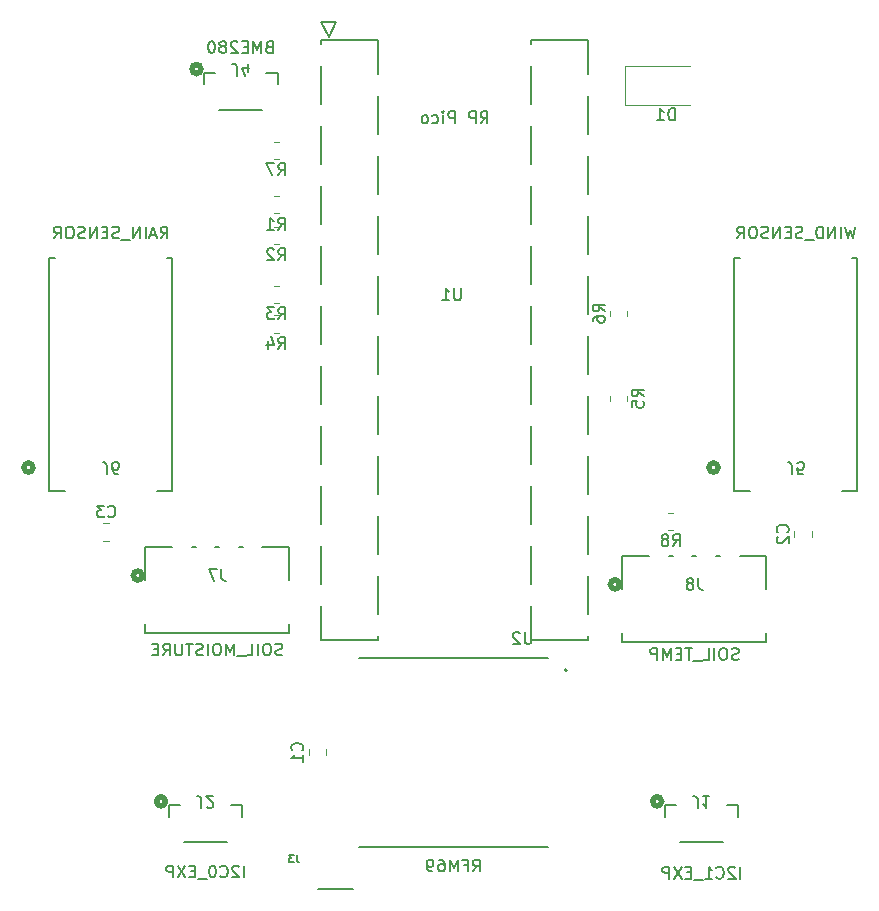
<source format=gbr>
%TF.GenerationSoftware,KiCad,Pcbnew,8.0.1*%
%TF.CreationDate,2024-04-03T22:27:09-06:00*%
%TF.ProjectId,weather_station_pico,77656174-6865-4725-9f73-746174696f6e,rev?*%
%TF.SameCoordinates,Original*%
%TF.FileFunction,Legend,Bot*%
%TF.FilePolarity,Positive*%
%FSLAX46Y46*%
G04 Gerber Fmt 4.6, Leading zero omitted, Abs format (unit mm)*
G04 Created by KiCad (PCBNEW 8.0.1) date 2024-04-03 22:27:09*
%MOMM*%
%LPD*%
G01*
G04 APERTURE LIST*
%ADD10C,0.150000*%
%ADD11C,0.120000*%
%ADD12C,0.127000*%
%ADD13C,0.152400*%
%ADD14C,0.508000*%
%ADD15C,0.203200*%
%ADD16C,0.200000*%
G04 APERTURE END LIST*
D10*
X132611666Y-95204819D02*
X132944999Y-94728628D01*
X133183094Y-95204819D02*
X133183094Y-94204819D01*
X133183094Y-94204819D02*
X132802142Y-94204819D01*
X132802142Y-94204819D02*
X132706904Y-94252438D01*
X132706904Y-94252438D02*
X132659285Y-94300057D01*
X132659285Y-94300057D02*
X132611666Y-94395295D01*
X132611666Y-94395295D02*
X132611666Y-94538152D01*
X132611666Y-94538152D02*
X132659285Y-94633390D01*
X132659285Y-94633390D02*
X132706904Y-94681009D01*
X132706904Y-94681009D02*
X132802142Y-94728628D01*
X132802142Y-94728628D02*
X133183094Y-94728628D01*
X132278332Y-94204819D02*
X131659285Y-94204819D01*
X131659285Y-94204819D02*
X131992618Y-94585771D01*
X131992618Y-94585771D02*
X131849761Y-94585771D01*
X131849761Y-94585771D02*
X131754523Y-94633390D01*
X131754523Y-94633390D02*
X131706904Y-94681009D01*
X131706904Y-94681009D02*
X131659285Y-94776247D01*
X131659285Y-94776247D02*
X131659285Y-95014342D01*
X131659285Y-95014342D02*
X131706904Y-95109580D01*
X131706904Y-95109580D02*
X131754523Y-95157200D01*
X131754523Y-95157200D02*
X131849761Y-95204819D01*
X131849761Y-95204819D02*
X132135475Y-95204819D01*
X132135475Y-95204819D02*
X132230713Y-95157200D01*
X132230713Y-95157200D02*
X132278332Y-95109580D01*
X148062903Y-92594819D02*
X148062903Y-93404342D01*
X148062903Y-93404342D02*
X148015284Y-93499580D01*
X148015284Y-93499580D02*
X147967665Y-93547200D01*
X147967665Y-93547200D02*
X147872427Y-93594819D01*
X147872427Y-93594819D02*
X147681951Y-93594819D01*
X147681951Y-93594819D02*
X147586713Y-93547200D01*
X147586713Y-93547200D02*
X147539094Y-93499580D01*
X147539094Y-93499580D02*
X147491475Y-93404342D01*
X147491475Y-93404342D02*
X147491475Y-92594819D01*
X146491475Y-93594819D02*
X147062903Y-93594819D01*
X146777189Y-93594819D02*
X146777189Y-92594819D01*
X146777189Y-92594819D02*
X146872427Y-92737676D01*
X146872427Y-92737676D02*
X146967665Y-92832914D01*
X146967665Y-92832914D02*
X147062903Y-92880533D01*
X149745475Y-78608819D02*
X150078808Y-78132628D01*
X150316903Y-78608819D02*
X150316903Y-77608819D01*
X150316903Y-77608819D02*
X149935951Y-77608819D01*
X149935951Y-77608819D02*
X149840713Y-77656438D01*
X149840713Y-77656438D02*
X149793094Y-77704057D01*
X149793094Y-77704057D02*
X149745475Y-77799295D01*
X149745475Y-77799295D02*
X149745475Y-77942152D01*
X149745475Y-77942152D02*
X149793094Y-78037390D01*
X149793094Y-78037390D02*
X149840713Y-78085009D01*
X149840713Y-78085009D02*
X149935951Y-78132628D01*
X149935951Y-78132628D02*
X150316903Y-78132628D01*
X149316903Y-78608819D02*
X149316903Y-77608819D01*
X149316903Y-77608819D02*
X148935951Y-77608819D01*
X148935951Y-77608819D02*
X148840713Y-77656438D01*
X148840713Y-77656438D02*
X148793094Y-77704057D01*
X148793094Y-77704057D02*
X148745475Y-77799295D01*
X148745475Y-77799295D02*
X148745475Y-77942152D01*
X148745475Y-77942152D02*
X148793094Y-78037390D01*
X148793094Y-78037390D02*
X148840713Y-78085009D01*
X148840713Y-78085009D02*
X148935951Y-78132628D01*
X148935951Y-78132628D02*
X149316903Y-78132628D01*
X147554998Y-78608819D02*
X147554998Y-77608819D01*
X147554998Y-77608819D02*
X147174046Y-77608819D01*
X147174046Y-77608819D02*
X147078808Y-77656438D01*
X147078808Y-77656438D02*
X147031189Y-77704057D01*
X147031189Y-77704057D02*
X146983570Y-77799295D01*
X146983570Y-77799295D02*
X146983570Y-77942152D01*
X146983570Y-77942152D02*
X147031189Y-78037390D01*
X147031189Y-78037390D02*
X147078808Y-78085009D01*
X147078808Y-78085009D02*
X147174046Y-78132628D01*
X147174046Y-78132628D02*
X147554998Y-78132628D01*
X146554998Y-78608819D02*
X146554998Y-77942152D01*
X146554998Y-77608819D02*
X146602617Y-77656438D01*
X146602617Y-77656438D02*
X146554998Y-77704057D01*
X146554998Y-77704057D02*
X146507379Y-77656438D01*
X146507379Y-77656438D02*
X146554998Y-77608819D01*
X146554998Y-77608819D02*
X146554998Y-77704057D01*
X145650237Y-78561200D02*
X145745475Y-78608819D01*
X145745475Y-78608819D02*
X145935951Y-78608819D01*
X145935951Y-78608819D02*
X146031189Y-78561200D01*
X146031189Y-78561200D02*
X146078808Y-78513580D01*
X146078808Y-78513580D02*
X146126427Y-78418342D01*
X146126427Y-78418342D02*
X146126427Y-78132628D01*
X146126427Y-78132628D02*
X146078808Y-78037390D01*
X146078808Y-78037390D02*
X146031189Y-77989771D01*
X146031189Y-77989771D02*
X145935951Y-77942152D01*
X145935951Y-77942152D02*
X145745475Y-77942152D01*
X145745475Y-77942152D02*
X145650237Y-77989771D01*
X145078808Y-78608819D02*
X145174046Y-78561200D01*
X145174046Y-78561200D02*
X145221665Y-78513580D01*
X145221665Y-78513580D02*
X145269284Y-78418342D01*
X145269284Y-78418342D02*
X145269284Y-78132628D01*
X145269284Y-78132628D02*
X145221665Y-78037390D01*
X145221665Y-78037390D02*
X145174046Y-77989771D01*
X145174046Y-77989771D02*
X145078808Y-77942152D01*
X145078808Y-77942152D02*
X144935951Y-77942152D01*
X144935951Y-77942152D02*
X144840713Y-77989771D01*
X144840713Y-77989771D02*
X144793094Y-78037390D01*
X144793094Y-78037390D02*
X144745475Y-78132628D01*
X144745475Y-78132628D02*
X144745475Y-78418342D01*
X144745475Y-78418342D02*
X144793094Y-78513580D01*
X144793094Y-78513580D02*
X144840713Y-78561200D01*
X144840713Y-78561200D02*
X144935951Y-78608819D01*
X144935951Y-78608819D02*
X145078808Y-78608819D01*
X132611666Y-90204819D02*
X132944999Y-89728628D01*
X133183094Y-90204819D02*
X133183094Y-89204819D01*
X133183094Y-89204819D02*
X132802142Y-89204819D01*
X132802142Y-89204819D02*
X132706904Y-89252438D01*
X132706904Y-89252438D02*
X132659285Y-89300057D01*
X132659285Y-89300057D02*
X132611666Y-89395295D01*
X132611666Y-89395295D02*
X132611666Y-89538152D01*
X132611666Y-89538152D02*
X132659285Y-89633390D01*
X132659285Y-89633390D02*
X132706904Y-89681009D01*
X132706904Y-89681009D02*
X132802142Y-89728628D01*
X132802142Y-89728628D02*
X133183094Y-89728628D01*
X132230713Y-89300057D02*
X132183094Y-89252438D01*
X132183094Y-89252438D02*
X132087856Y-89204819D01*
X132087856Y-89204819D02*
X131849761Y-89204819D01*
X131849761Y-89204819D02*
X131754523Y-89252438D01*
X131754523Y-89252438D02*
X131706904Y-89300057D01*
X131706904Y-89300057D02*
X131659285Y-89395295D01*
X131659285Y-89395295D02*
X131659285Y-89490533D01*
X131659285Y-89490533D02*
X131706904Y-89633390D01*
X131706904Y-89633390D02*
X132278332Y-90204819D01*
X132278332Y-90204819D02*
X131659285Y-90204819D01*
X127778334Y-116354819D02*
X127778334Y-117069104D01*
X127778334Y-117069104D02*
X127825953Y-117211961D01*
X127825953Y-117211961D02*
X127921191Y-117307200D01*
X127921191Y-117307200D02*
X128064048Y-117354819D01*
X128064048Y-117354819D02*
X128159286Y-117354819D01*
X127397381Y-116354819D02*
X126730715Y-116354819D01*
X126730715Y-116354819D02*
X127159286Y-117354819D01*
X132944999Y-123607200D02*
X132802142Y-123654819D01*
X132802142Y-123654819D02*
X132564047Y-123654819D01*
X132564047Y-123654819D02*
X132468809Y-123607200D01*
X132468809Y-123607200D02*
X132421190Y-123559580D01*
X132421190Y-123559580D02*
X132373571Y-123464342D01*
X132373571Y-123464342D02*
X132373571Y-123369104D01*
X132373571Y-123369104D02*
X132421190Y-123273866D01*
X132421190Y-123273866D02*
X132468809Y-123226247D01*
X132468809Y-123226247D02*
X132564047Y-123178628D01*
X132564047Y-123178628D02*
X132754523Y-123131009D01*
X132754523Y-123131009D02*
X132849761Y-123083390D01*
X132849761Y-123083390D02*
X132897380Y-123035771D01*
X132897380Y-123035771D02*
X132944999Y-122940533D01*
X132944999Y-122940533D02*
X132944999Y-122845295D01*
X132944999Y-122845295D02*
X132897380Y-122750057D01*
X132897380Y-122750057D02*
X132849761Y-122702438D01*
X132849761Y-122702438D02*
X132754523Y-122654819D01*
X132754523Y-122654819D02*
X132516428Y-122654819D01*
X132516428Y-122654819D02*
X132373571Y-122702438D01*
X131754523Y-122654819D02*
X131564047Y-122654819D01*
X131564047Y-122654819D02*
X131468809Y-122702438D01*
X131468809Y-122702438D02*
X131373571Y-122797676D01*
X131373571Y-122797676D02*
X131325952Y-122988152D01*
X131325952Y-122988152D02*
X131325952Y-123321485D01*
X131325952Y-123321485D02*
X131373571Y-123511961D01*
X131373571Y-123511961D02*
X131468809Y-123607200D01*
X131468809Y-123607200D02*
X131564047Y-123654819D01*
X131564047Y-123654819D02*
X131754523Y-123654819D01*
X131754523Y-123654819D02*
X131849761Y-123607200D01*
X131849761Y-123607200D02*
X131944999Y-123511961D01*
X131944999Y-123511961D02*
X131992618Y-123321485D01*
X131992618Y-123321485D02*
X131992618Y-122988152D01*
X131992618Y-122988152D02*
X131944999Y-122797676D01*
X131944999Y-122797676D02*
X131849761Y-122702438D01*
X131849761Y-122702438D02*
X131754523Y-122654819D01*
X130897380Y-123654819D02*
X130897380Y-122654819D01*
X129945000Y-123654819D02*
X130421190Y-123654819D01*
X130421190Y-123654819D02*
X130421190Y-122654819D01*
X129849762Y-123750057D02*
X129087857Y-123750057D01*
X128849761Y-123654819D02*
X128849761Y-122654819D01*
X128849761Y-122654819D02*
X128516428Y-123369104D01*
X128516428Y-123369104D02*
X128183095Y-122654819D01*
X128183095Y-122654819D02*
X128183095Y-123654819D01*
X127516428Y-122654819D02*
X127325952Y-122654819D01*
X127325952Y-122654819D02*
X127230714Y-122702438D01*
X127230714Y-122702438D02*
X127135476Y-122797676D01*
X127135476Y-122797676D02*
X127087857Y-122988152D01*
X127087857Y-122988152D02*
X127087857Y-123321485D01*
X127087857Y-123321485D02*
X127135476Y-123511961D01*
X127135476Y-123511961D02*
X127230714Y-123607200D01*
X127230714Y-123607200D02*
X127325952Y-123654819D01*
X127325952Y-123654819D02*
X127516428Y-123654819D01*
X127516428Y-123654819D02*
X127611666Y-123607200D01*
X127611666Y-123607200D02*
X127706904Y-123511961D01*
X127706904Y-123511961D02*
X127754523Y-123321485D01*
X127754523Y-123321485D02*
X127754523Y-122988152D01*
X127754523Y-122988152D02*
X127706904Y-122797676D01*
X127706904Y-122797676D02*
X127611666Y-122702438D01*
X127611666Y-122702438D02*
X127516428Y-122654819D01*
X126659285Y-123654819D02*
X126659285Y-122654819D01*
X126230714Y-123607200D02*
X126087857Y-123654819D01*
X126087857Y-123654819D02*
X125849762Y-123654819D01*
X125849762Y-123654819D02*
X125754524Y-123607200D01*
X125754524Y-123607200D02*
X125706905Y-123559580D01*
X125706905Y-123559580D02*
X125659286Y-123464342D01*
X125659286Y-123464342D02*
X125659286Y-123369104D01*
X125659286Y-123369104D02*
X125706905Y-123273866D01*
X125706905Y-123273866D02*
X125754524Y-123226247D01*
X125754524Y-123226247D02*
X125849762Y-123178628D01*
X125849762Y-123178628D02*
X126040238Y-123131009D01*
X126040238Y-123131009D02*
X126135476Y-123083390D01*
X126135476Y-123083390D02*
X126183095Y-123035771D01*
X126183095Y-123035771D02*
X126230714Y-122940533D01*
X126230714Y-122940533D02*
X126230714Y-122845295D01*
X126230714Y-122845295D02*
X126183095Y-122750057D01*
X126183095Y-122750057D02*
X126135476Y-122702438D01*
X126135476Y-122702438D02*
X126040238Y-122654819D01*
X126040238Y-122654819D02*
X125802143Y-122654819D01*
X125802143Y-122654819D02*
X125659286Y-122702438D01*
X125373571Y-122654819D02*
X124802143Y-122654819D01*
X125087857Y-123654819D02*
X125087857Y-122654819D01*
X124468809Y-122654819D02*
X124468809Y-123464342D01*
X124468809Y-123464342D02*
X124421190Y-123559580D01*
X124421190Y-123559580D02*
X124373571Y-123607200D01*
X124373571Y-123607200D02*
X124278333Y-123654819D01*
X124278333Y-123654819D02*
X124087857Y-123654819D01*
X124087857Y-123654819D02*
X123992619Y-123607200D01*
X123992619Y-123607200D02*
X123945000Y-123559580D01*
X123945000Y-123559580D02*
X123897381Y-123464342D01*
X123897381Y-123464342D02*
X123897381Y-122654819D01*
X122849762Y-123654819D02*
X123183095Y-123178628D01*
X123421190Y-123654819D02*
X123421190Y-122654819D01*
X123421190Y-122654819D02*
X123040238Y-122654819D01*
X123040238Y-122654819D02*
X122945000Y-122702438D01*
X122945000Y-122702438D02*
X122897381Y-122750057D01*
X122897381Y-122750057D02*
X122849762Y-122845295D01*
X122849762Y-122845295D02*
X122849762Y-122988152D01*
X122849762Y-122988152D02*
X122897381Y-123083390D01*
X122897381Y-123083390D02*
X122945000Y-123131009D01*
X122945000Y-123131009D02*
X123040238Y-123178628D01*
X123040238Y-123178628D02*
X123421190Y-123178628D01*
X122421190Y-123131009D02*
X122087857Y-123131009D01*
X121945000Y-123654819D02*
X122421190Y-123654819D01*
X122421190Y-123654819D02*
X122421190Y-122654819D01*
X122421190Y-122654819D02*
X121945000Y-122654819D01*
X132611666Y-87604819D02*
X132944999Y-87128628D01*
X133183094Y-87604819D02*
X133183094Y-86604819D01*
X133183094Y-86604819D02*
X132802142Y-86604819D01*
X132802142Y-86604819D02*
X132706904Y-86652438D01*
X132706904Y-86652438D02*
X132659285Y-86700057D01*
X132659285Y-86700057D02*
X132611666Y-86795295D01*
X132611666Y-86795295D02*
X132611666Y-86938152D01*
X132611666Y-86938152D02*
X132659285Y-87033390D01*
X132659285Y-87033390D02*
X132706904Y-87081009D01*
X132706904Y-87081009D02*
X132802142Y-87128628D01*
X132802142Y-87128628D02*
X133183094Y-87128628D01*
X131659285Y-87604819D02*
X132230713Y-87604819D01*
X131944999Y-87604819D02*
X131944999Y-86604819D01*
X131944999Y-86604819D02*
X132040237Y-86747676D01*
X132040237Y-86747676D02*
X132135475Y-86842914D01*
X132135475Y-86842914D02*
X132230713Y-86890533D01*
X129111666Y-74562979D02*
X129111666Y-73848694D01*
X129111666Y-73848694D02*
X129064047Y-73705837D01*
X129064047Y-73705837D02*
X128968809Y-73610599D01*
X128968809Y-73610599D02*
X128825952Y-73562979D01*
X128825952Y-73562979D02*
X128730714Y-73562979D01*
X130016428Y-74229646D02*
X130016428Y-73562979D01*
X129778333Y-74610599D02*
X129540238Y-73896313D01*
X129540238Y-73896313D02*
X130159285Y-73896313D01*
X131825952Y-72131009D02*
X131683095Y-72178628D01*
X131683095Y-72178628D02*
X131635476Y-72226247D01*
X131635476Y-72226247D02*
X131587857Y-72321485D01*
X131587857Y-72321485D02*
X131587857Y-72464342D01*
X131587857Y-72464342D02*
X131635476Y-72559580D01*
X131635476Y-72559580D02*
X131683095Y-72607200D01*
X131683095Y-72607200D02*
X131778333Y-72654819D01*
X131778333Y-72654819D02*
X132159285Y-72654819D01*
X132159285Y-72654819D02*
X132159285Y-71654819D01*
X132159285Y-71654819D02*
X131825952Y-71654819D01*
X131825952Y-71654819D02*
X131730714Y-71702438D01*
X131730714Y-71702438D02*
X131683095Y-71750057D01*
X131683095Y-71750057D02*
X131635476Y-71845295D01*
X131635476Y-71845295D02*
X131635476Y-71940533D01*
X131635476Y-71940533D02*
X131683095Y-72035771D01*
X131683095Y-72035771D02*
X131730714Y-72083390D01*
X131730714Y-72083390D02*
X131825952Y-72131009D01*
X131825952Y-72131009D02*
X132159285Y-72131009D01*
X131159285Y-72654819D02*
X131159285Y-71654819D01*
X131159285Y-71654819D02*
X130825952Y-72369104D01*
X130825952Y-72369104D02*
X130492619Y-71654819D01*
X130492619Y-71654819D02*
X130492619Y-72654819D01*
X130016428Y-72131009D02*
X129683095Y-72131009D01*
X129540238Y-72654819D02*
X130016428Y-72654819D01*
X130016428Y-72654819D02*
X130016428Y-71654819D01*
X130016428Y-71654819D02*
X129540238Y-71654819D01*
X129159285Y-71750057D02*
X129111666Y-71702438D01*
X129111666Y-71702438D02*
X129016428Y-71654819D01*
X129016428Y-71654819D02*
X128778333Y-71654819D01*
X128778333Y-71654819D02*
X128683095Y-71702438D01*
X128683095Y-71702438D02*
X128635476Y-71750057D01*
X128635476Y-71750057D02*
X128587857Y-71845295D01*
X128587857Y-71845295D02*
X128587857Y-71940533D01*
X128587857Y-71940533D02*
X128635476Y-72083390D01*
X128635476Y-72083390D02*
X129206904Y-72654819D01*
X129206904Y-72654819D02*
X128587857Y-72654819D01*
X128016428Y-72083390D02*
X128111666Y-72035771D01*
X128111666Y-72035771D02*
X128159285Y-71988152D01*
X128159285Y-71988152D02*
X128206904Y-71892914D01*
X128206904Y-71892914D02*
X128206904Y-71845295D01*
X128206904Y-71845295D02*
X128159285Y-71750057D01*
X128159285Y-71750057D02*
X128111666Y-71702438D01*
X128111666Y-71702438D02*
X128016428Y-71654819D01*
X128016428Y-71654819D02*
X127825952Y-71654819D01*
X127825952Y-71654819D02*
X127730714Y-71702438D01*
X127730714Y-71702438D02*
X127683095Y-71750057D01*
X127683095Y-71750057D02*
X127635476Y-71845295D01*
X127635476Y-71845295D02*
X127635476Y-71892914D01*
X127635476Y-71892914D02*
X127683095Y-71988152D01*
X127683095Y-71988152D02*
X127730714Y-72035771D01*
X127730714Y-72035771D02*
X127825952Y-72083390D01*
X127825952Y-72083390D02*
X128016428Y-72083390D01*
X128016428Y-72083390D02*
X128111666Y-72131009D01*
X128111666Y-72131009D02*
X128159285Y-72178628D01*
X128159285Y-72178628D02*
X128206904Y-72273866D01*
X128206904Y-72273866D02*
X128206904Y-72464342D01*
X128206904Y-72464342D02*
X128159285Y-72559580D01*
X128159285Y-72559580D02*
X128111666Y-72607200D01*
X128111666Y-72607200D02*
X128016428Y-72654819D01*
X128016428Y-72654819D02*
X127825952Y-72654819D01*
X127825952Y-72654819D02*
X127730714Y-72607200D01*
X127730714Y-72607200D02*
X127683095Y-72559580D01*
X127683095Y-72559580D02*
X127635476Y-72464342D01*
X127635476Y-72464342D02*
X127635476Y-72273866D01*
X127635476Y-72273866D02*
X127683095Y-72178628D01*
X127683095Y-72178628D02*
X127730714Y-72131009D01*
X127730714Y-72131009D02*
X127825952Y-72083390D01*
X127016428Y-71654819D02*
X126921190Y-71654819D01*
X126921190Y-71654819D02*
X126825952Y-71702438D01*
X126825952Y-71702438D02*
X126778333Y-71750057D01*
X126778333Y-71750057D02*
X126730714Y-71845295D01*
X126730714Y-71845295D02*
X126683095Y-72035771D01*
X126683095Y-72035771D02*
X126683095Y-72273866D01*
X126683095Y-72273866D02*
X126730714Y-72464342D01*
X126730714Y-72464342D02*
X126778333Y-72559580D01*
X126778333Y-72559580D02*
X126825952Y-72607200D01*
X126825952Y-72607200D02*
X126921190Y-72654819D01*
X126921190Y-72654819D02*
X127016428Y-72654819D01*
X127016428Y-72654819D02*
X127111666Y-72607200D01*
X127111666Y-72607200D02*
X127159285Y-72559580D01*
X127159285Y-72559580D02*
X127206904Y-72464342D01*
X127206904Y-72464342D02*
X127254523Y-72273866D01*
X127254523Y-72273866D02*
X127254523Y-72035771D01*
X127254523Y-72035771D02*
X127206904Y-71845295D01*
X127206904Y-71845295D02*
X127159285Y-71750057D01*
X127159285Y-71750057D02*
X127111666Y-71702438D01*
X127111666Y-71702438D02*
X127016428Y-71654819D01*
X154049288Y-121693006D02*
X154049288Y-122504659D01*
X154049288Y-122504659D02*
X154001544Y-122600147D01*
X154001544Y-122600147D02*
X153953800Y-122647892D01*
X153953800Y-122647892D02*
X153858311Y-122695636D01*
X153858311Y-122695636D02*
X153667334Y-122695636D01*
X153667334Y-122695636D02*
X153571845Y-122647892D01*
X153571845Y-122647892D02*
X153524101Y-122600147D01*
X153524101Y-122600147D02*
X153476357Y-122504659D01*
X153476357Y-122504659D02*
X153476357Y-121693006D01*
X153046658Y-121788494D02*
X152998914Y-121740750D01*
X152998914Y-121740750D02*
X152903426Y-121693006D01*
X152903426Y-121693006D02*
X152664704Y-121693006D01*
X152664704Y-121693006D02*
X152569216Y-121740750D01*
X152569216Y-121740750D02*
X152521471Y-121788494D01*
X152521471Y-121788494D02*
X152473727Y-121883983D01*
X152473727Y-121883983D02*
X152473727Y-121979472D01*
X152473727Y-121979472D02*
X152521471Y-122122704D01*
X152521471Y-122122704D02*
X153094403Y-122695636D01*
X153094403Y-122695636D02*
X152473727Y-122695636D01*
X149093186Y-141956320D02*
X149427600Y-141478585D01*
X149666468Y-141956320D02*
X149666468Y-140953076D01*
X149666468Y-140953076D02*
X149284280Y-140953076D01*
X149284280Y-140953076D02*
X149188733Y-141000850D01*
X149188733Y-141000850D02*
X149140959Y-141048623D01*
X149140959Y-141048623D02*
X149093186Y-141144170D01*
X149093186Y-141144170D02*
X149093186Y-141287491D01*
X149093186Y-141287491D02*
X149140959Y-141383038D01*
X149140959Y-141383038D02*
X149188733Y-141430811D01*
X149188733Y-141430811D02*
X149284280Y-141478585D01*
X149284280Y-141478585D02*
X149666468Y-141478585D01*
X148328809Y-141430811D02*
X148663224Y-141430811D01*
X148663224Y-141956320D02*
X148663224Y-140953076D01*
X148663224Y-140953076D02*
X148185489Y-140953076D01*
X147803301Y-141956320D02*
X147803301Y-140953076D01*
X147803301Y-140953076D02*
X147468886Y-141669679D01*
X147468886Y-141669679D02*
X147134472Y-140953076D01*
X147134472Y-140953076D02*
X147134472Y-141956320D01*
X146226774Y-140953076D02*
X146417868Y-140953076D01*
X146417868Y-140953076D02*
X146513415Y-141000850D01*
X146513415Y-141000850D02*
X146561189Y-141048623D01*
X146561189Y-141048623D02*
X146656736Y-141191944D01*
X146656736Y-141191944D02*
X146704509Y-141383038D01*
X146704509Y-141383038D02*
X146704509Y-141765226D01*
X146704509Y-141765226D02*
X146656736Y-141860773D01*
X146656736Y-141860773D02*
X146608962Y-141908547D01*
X146608962Y-141908547D02*
X146513415Y-141956320D01*
X146513415Y-141956320D02*
X146322321Y-141956320D01*
X146322321Y-141956320D02*
X146226774Y-141908547D01*
X146226774Y-141908547D02*
X146179001Y-141860773D01*
X146179001Y-141860773D02*
X146131227Y-141765226D01*
X146131227Y-141765226D02*
X146131227Y-141526358D01*
X146131227Y-141526358D02*
X146179001Y-141430811D01*
X146179001Y-141430811D02*
X146226774Y-141383038D01*
X146226774Y-141383038D02*
X146322321Y-141335264D01*
X146322321Y-141335264D02*
X146513415Y-141335264D01*
X146513415Y-141335264D02*
X146608962Y-141383038D01*
X146608962Y-141383038D02*
X146656736Y-141430811D01*
X146656736Y-141430811D02*
X146704509Y-141526358D01*
X145653492Y-141956320D02*
X145462398Y-141956320D01*
X145462398Y-141956320D02*
X145366851Y-141908547D01*
X145366851Y-141908547D02*
X145319078Y-141860773D01*
X145319078Y-141860773D02*
X145223531Y-141717452D01*
X145223531Y-141717452D02*
X145175757Y-141526358D01*
X145175757Y-141526358D02*
X145175757Y-141144170D01*
X145175757Y-141144170D02*
X145223531Y-141048623D01*
X145223531Y-141048623D02*
X145271304Y-141000850D01*
X145271304Y-141000850D02*
X145366851Y-140953076D01*
X145366851Y-140953076D02*
X145557945Y-140953076D01*
X145557945Y-140953076D02*
X145653492Y-141000850D01*
X145653492Y-141000850D02*
X145701266Y-141048623D01*
X145701266Y-141048623D02*
X145749039Y-141144170D01*
X145749039Y-141144170D02*
X145749039Y-141383038D01*
X145749039Y-141383038D02*
X145701266Y-141478585D01*
X145701266Y-141478585D02*
X145653492Y-141526358D01*
X145653492Y-141526358D02*
X145557945Y-141574132D01*
X145557945Y-141574132D02*
X145366851Y-141574132D01*
X145366851Y-141574132D02*
X145271304Y-141526358D01*
X145271304Y-141526358D02*
X145223531Y-141478585D01*
X145223531Y-141478585D02*
X145175757Y-141383038D01*
X166183094Y-78354819D02*
X166183094Y-77354819D01*
X166183094Y-77354819D02*
X165944999Y-77354819D01*
X165944999Y-77354819D02*
X165802142Y-77402438D01*
X165802142Y-77402438D02*
X165706904Y-77497676D01*
X165706904Y-77497676D02*
X165659285Y-77592914D01*
X165659285Y-77592914D02*
X165611666Y-77783390D01*
X165611666Y-77783390D02*
X165611666Y-77926247D01*
X165611666Y-77926247D02*
X165659285Y-78116723D01*
X165659285Y-78116723D02*
X165706904Y-78211961D01*
X165706904Y-78211961D02*
X165802142Y-78307200D01*
X165802142Y-78307200D02*
X165944999Y-78354819D01*
X165944999Y-78354819D02*
X166183094Y-78354819D01*
X164659285Y-78354819D02*
X165230713Y-78354819D01*
X164944999Y-78354819D02*
X164944999Y-77354819D01*
X164944999Y-77354819D02*
X165040237Y-77497676D01*
X165040237Y-77497676D02*
X165135475Y-77592914D01*
X165135475Y-77592914D02*
X165230713Y-77640533D01*
X134624580Y-131695833D02*
X134672200Y-131648214D01*
X134672200Y-131648214D02*
X134719819Y-131505357D01*
X134719819Y-131505357D02*
X134719819Y-131410119D01*
X134719819Y-131410119D02*
X134672200Y-131267262D01*
X134672200Y-131267262D02*
X134576961Y-131172024D01*
X134576961Y-131172024D02*
X134481723Y-131124405D01*
X134481723Y-131124405D02*
X134291247Y-131076786D01*
X134291247Y-131076786D02*
X134148390Y-131076786D01*
X134148390Y-131076786D02*
X133957914Y-131124405D01*
X133957914Y-131124405D02*
X133862676Y-131172024D01*
X133862676Y-131172024D02*
X133767438Y-131267262D01*
X133767438Y-131267262D02*
X133719819Y-131410119D01*
X133719819Y-131410119D02*
X133719819Y-131505357D01*
X133719819Y-131505357D02*
X133767438Y-131648214D01*
X133767438Y-131648214D02*
X133815057Y-131695833D01*
X134719819Y-132648214D02*
X134719819Y-132076786D01*
X134719819Y-132362500D02*
X133719819Y-132362500D01*
X133719819Y-132362500D02*
X133862676Y-132267262D01*
X133862676Y-132267262D02*
X133957914Y-132172024D01*
X133957914Y-132172024D02*
X134005533Y-132076786D01*
X126111666Y-136562979D02*
X126111666Y-135848694D01*
X126111666Y-135848694D02*
X126064047Y-135705837D01*
X126064047Y-135705837D02*
X125968809Y-135610599D01*
X125968809Y-135610599D02*
X125825952Y-135562979D01*
X125825952Y-135562979D02*
X125730714Y-135562979D01*
X126540238Y-136467741D02*
X126587857Y-136515360D01*
X126587857Y-136515360D02*
X126683095Y-136562979D01*
X126683095Y-136562979D02*
X126921190Y-136562979D01*
X126921190Y-136562979D02*
X127016428Y-136515360D01*
X127016428Y-136515360D02*
X127064047Y-136467741D01*
X127064047Y-136467741D02*
X127111666Y-136372503D01*
X127111666Y-136372503D02*
X127111666Y-136277265D01*
X127111666Y-136277265D02*
X127064047Y-136134408D01*
X127064047Y-136134408D02*
X126492619Y-135562979D01*
X126492619Y-135562979D02*
X127111666Y-135562979D01*
X129706904Y-142454819D02*
X129706904Y-141454819D01*
X129278333Y-141550057D02*
X129230714Y-141502438D01*
X129230714Y-141502438D02*
X129135476Y-141454819D01*
X129135476Y-141454819D02*
X128897381Y-141454819D01*
X128897381Y-141454819D02*
X128802143Y-141502438D01*
X128802143Y-141502438D02*
X128754524Y-141550057D01*
X128754524Y-141550057D02*
X128706905Y-141645295D01*
X128706905Y-141645295D02*
X128706905Y-141740533D01*
X128706905Y-141740533D02*
X128754524Y-141883390D01*
X128754524Y-141883390D02*
X129325952Y-142454819D01*
X129325952Y-142454819D02*
X128706905Y-142454819D01*
X127706905Y-142359580D02*
X127754524Y-142407200D01*
X127754524Y-142407200D02*
X127897381Y-142454819D01*
X127897381Y-142454819D02*
X127992619Y-142454819D01*
X127992619Y-142454819D02*
X128135476Y-142407200D01*
X128135476Y-142407200D02*
X128230714Y-142311961D01*
X128230714Y-142311961D02*
X128278333Y-142216723D01*
X128278333Y-142216723D02*
X128325952Y-142026247D01*
X128325952Y-142026247D02*
X128325952Y-141883390D01*
X128325952Y-141883390D02*
X128278333Y-141692914D01*
X128278333Y-141692914D02*
X128230714Y-141597676D01*
X128230714Y-141597676D02*
X128135476Y-141502438D01*
X128135476Y-141502438D02*
X127992619Y-141454819D01*
X127992619Y-141454819D02*
X127897381Y-141454819D01*
X127897381Y-141454819D02*
X127754524Y-141502438D01*
X127754524Y-141502438D02*
X127706905Y-141550057D01*
X127087857Y-141454819D02*
X126992619Y-141454819D01*
X126992619Y-141454819D02*
X126897381Y-141502438D01*
X126897381Y-141502438D02*
X126849762Y-141550057D01*
X126849762Y-141550057D02*
X126802143Y-141645295D01*
X126802143Y-141645295D02*
X126754524Y-141835771D01*
X126754524Y-141835771D02*
X126754524Y-142073866D01*
X126754524Y-142073866D02*
X126802143Y-142264342D01*
X126802143Y-142264342D02*
X126849762Y-142359580D01*
X126849762Y-142359580D02*
X126897381Y-142407200D01*
X126897381Y-142407200D02*
X126992619Y-142454819D01*
X126992619Y-142454819D02*
X127087857Y-142454819D01*
X127087857Y-142454819D02*
X127183095Y-142407200D01*
X127183095Y-142407200D02*
X127230714Y-142359580D01*
X127230714Y-142359580D02*
X127278333Y-142264342D01*
X127278333Y-142264342D02*
X127325952Y-142073866D01*
X127325952Y-142073866D02*
X127325952Y-141835771D01*
X127325952Y-141835771D02*
X127278333Y-141645295D01*
X127278333Y-141645295D02*
X127230714Y-141550057D01*
X127230714Y-141550057D02*
X127183095Y-141502438D01*
X127183095Y-141502438D02*
X127087857Y-141454819D01*
X126564048Y-142550057D02*
X125802143Y-142550057D01*
X125564047Y-141931009D02*
X125230714Y-141931009D01*
X125087857Y-142454819D02*
X125564047Y-142454819D01*
X125564047Y-142454819D02*
X125564047Y-141454819D01*
X125564047Y-141454819D02*
X125087857Y-141454819D01*
X124754523Y-141454819D02*
X124087857Y-142454819D01*
X124087857Y-141454819D02*
X124754523Y-142454819D01*
X123706904Y-142454819D02*
X123706904Y-141454819D01*
X123706904Y-141454819D02*
X123325952Y-141454819D01*
X123325952Y-141454819D02*
X123230714Y-141502438D01*
X123230714Y-141502438D02*
X123183095Y-141550057D01*
X123183095Y-141550057D02*
X123135476Y-141645295D01*
X123135476Y-141645295D02*
X123135476Y-141788152D01*
X123135476Y-141788152D02*
X123183095Y-141883390D01*
X123183095Y-141883390D02*
X123230714Y-141931009D01*
X123230714Y-141931009D02*
X123325952Y-141978628D01*
X123325952Y-141978628D02*
X123706904Y-141978628D01*
X132611666Y-97704819D02*
X132944999Y-97228628D01*
X133183094Y-97704819D02*
X133183094Y-96704819D01*
X133183094Y-96704819D02*
X132802142Y-96704819D01*
X132802142Y-96704819D02*
X132706904Y-96752438D01*
X132706904Y-96752438D02*
X132659285Y-96800057D01*
X132659285Y-96800057D02*
X132611666Y-96895295D01*
X132611666Y-96895295D02*
X132611666Y-97038152D01*
X132611666Y-97038152D02*
X132659285Y-97133390D01*
X132659285Y-97133390D02*
X132706904Y-97181009D01*
X132706904Y-97181009D02*
X132802142Y-97228628D01*
X132802142Y-97228628D02*
X133183094Y-97228628D01*
X131754523Y-97038152D02*
X131754523Y-97704819D01*
X131992618Y-96657200D02*
X132230713Y-97371485D01*
X132230713Y-97371485D02*
X131611666Y-97371485D01*
X118211666Y-111879580D02*
X118259285Y-111927200D01*
X118259285Y-111927200D02*
X118402142Y-111974819D01*
X118402142Y-111974819D02*
X118497380Y-111974819D01*
X118497380Y-111974819D02*
X118640237Y-111927200D01*
X118640237Y-111927200D02*
X118735475Y-111831961D01*
X118735475Y-111831961D02*
X118783094Y-111736723D01*
X118783094Y-111736723D02*
X118830713Y-111546247D01*
X118830713Y-111546247D02*
X118830713Y-111403390D01*
X118830713Y-111403390D02*
X118783094Y-111212914D01*
X118783094Y-111212914D02*
X118735475Y-111117676D01*
X118735475Y-111117676D02*
X118640237Y-111022438D01*
X118640237Y-111022438D02*
X118497380Y-110974819D01*
X118497380Y-110974819D02*
X118402142Y-110974819D01*
X118402142Y-110974819D02*
X118259285Y-111022438D01*
X118259285Y-111022438D02*
X118211666Y-111070057D01*
X117878332Y-110974819D02*
X117259285Y-110974819D01*
X117259285Y-110974819D02*
X117592618Y-111355771D01*
X117592618Y-111355771D02*
X117449761Y-111355771D01*
X117449761Y-111355771D02*
X117354523Y-111403390D01*
X117354523Y-111403390D02*
X117306904Y-111451009D01*
X117306904Y-111451009D02*
X117259285Y-111546247D01*
X117259285Y-111546247D02*
X117259285Y-111784342D01*
X117259285Y-111784342D02*
X117306904Y-111879580D01*
X117306904Y-111879580D02*
X117354523Y-111927200D01*
X117354523Y-111927200D02*
X117449761Y-111974819D01*
X117449761Y-111974819D02*
X117735475Y-111974819D01*
X117735475Y-111974819D02*
X117830713Y-111927200D01*
X117830713Y-111927200D02*
X117878332Y-111879580D01*
X166011666Y-114404819D02*
X166344999Y-113928628D01*
X166583094Y-114404819D02*
X166583094Y-113404819D01*
X166583094Y-113404819D02*
X166202142Y-113404819D01*
X166202142Y-113404819D02*
X166106904Y-113452438D01*
X166106904Y-113452438D02*
X166059285Y-113500057D01*
X166059285Y-113500057D02*
X166011666Y-113595295D01*
X166011666Y-113595295D02*
X166011666Y-113738152D01*
X166011666Y-113738152D02*
X166059285Y-113833390D01*
X166059285Y-113833390D02*
X166106904Y-113881009D01*
X166106904Y-113881009D02*
X166202142Y-113928628D01*
X166202142Y-113928628D02*
X166583094Y-113928628D01*
X165440237Y-113833390D02*
X165535475Y-113785771D01*
X165535475Y-113785771D02*
X165583094Y-113738152D01*
X165583094Y-113738152D02*
X165630713Y-113642914D01*
X165630713Y-113642914D02*
X165630713Y-113595295D01*
X165630713Y-113595295D02*
X165583094Y-113500057D01*
X165583094Y-113500057D02*
X165535475Y-113452438D01*
X165535475Y-113452438D02*
X165440237Y-113404819D01*
X165440237Y-113404819D02*
X165249761Y-113404819D01*
X165249761Y-113404819D02*
X165154523Y-113452438D01*
X165154523Y-113452438D02*
X165106904Y-113500057D01*
X165106904Y-113500057D02*
X165059285Y-113595295D01*
X165059285Y-113595295D02*
X165059285Y-113642914D01*
X165059285Y-113642914D02*
X165106904Y-113738152D01*
X165106904Y-113738152D02*
X165154523Y-113785771D01*
X165154523Y-113785771D02*
X165249761Y-113833390D01*
X165249761Y-113833390D02*
X165440237Y-113833390D01*
X165440237Y-113833390D02*
X165535475Y-113881009D01*
X165535475Y-113881009D02*
X165583094Y-113928628D01*
X165583094Y-113928628D02*
X165630713Y-114023866D01*
X165630713Y-114023866D02*
X165630713Y-114214342D01*
X165630713Y-114214342D02*
X165583094Y-114309580D01*
X165583094Y-114309580D02*
X165535475Y-114357200D01*
X165535475Y-114357200D02*
X165440237Y-114404819D01*
X165440237Y-114404819D02*
X165249761Y-114404819D01*
X165249761Y-114404819D02*
X165154523Y-114357200D01*
X165154523Y-114357200D02*
X165106904Y-114309580D01*
X165106904Y-114309580D02*
X165059285Y-114214342D01*
X165059285Y-114214342D02*
X165059285Y-114023866D01*
X165059285Y-114023866D02*
X165106904Y-113928628D01*
X165106904Y-113928628D02*
X165154523Y-113881009D01*
X165154523Y-113881009D02*
X165249761Y-113833390D01*
X160249819Y-94533333D02*
X159773628Y-94200000D01*
X160249819Y-93961905D02*
X159249819Y-93961905D01*
X159249819Y-93961905D02*
X159249819Y-94342857D01*
X159249819Y-94342857D02*
X159297438Y-94438095D01*
X159297438Y-94438095D02*
X159345057Y-94485714D01*
X159345057Y-94485714D02*
X159440295Y-94533333D01*
X159440295Y-94533333D02*
X159583152Y-94533333D01*
X159583152Y-94533333D02*
X159678390Y-94485714D01*
X159678390Y-94485714D02*
X159726009Y-94438095D01*
X159726009Y-94438095D02*
X159773628Y-94342857D01*
X159773628Y-94342857D02*
X159773628Y-93961905D01*
X159249819Y-95390476D02*
X159249819Y-95200000D01*
X159249819Y-95200000D02*
X159297438Y-95104762D01*
X159297438Y-95104762D02*
X159345057Y-95057143D01*
X159345057Y-95057143D02*
X159487914Y-94961905D01*
X159487914Y-94961905D02*
X159678390Y-94914286D01*
X159678390Y-94914286D02*
X160059342Y-94914286D01*
X160059342Y-94914286D02*
X160154580Y-94961905D01*
X160154580Y-94961905D02*
X160202200Y-95009524D01*
X160202200Y-95009524D02*
X160249819Y-95104762D01*
X160249819Y-95104762D02*
X160249819Y-95295238D01*
X160249819Y-95295238D02*
X160202200Y-95390476D01*
X160202200Y-95390476D02*
X160154580Y-95438095D01*
X160154580Y-95438095D02*
X160059342Y-95485714D01*
X160059342Y-95485714D02*
X159821247Y-95485714D01*
X159821247Y-95485714D02*
X159726009Y-95438095D01*
X159726009Y-95438095D02*
X159678390Y-95390476D01*
X159678390Y-95390476D02*
X159630771Y-95295238D01*
X159630771Y-95295238D02*
X159630771Y-95104762D01*
X159630771Y-95104762D02*
X159678390Y-95009524D01*
X159678390Y-95009524D02*
X159726009Y-94961905D01*
X159726009Y-94961905D02*
X159821247Y-94914286D01*
X132611666Y-83004819D02*
X132944999Y-82528628D01*
X133183094Y-83004819D02*
X133183094Y-82004819D01*
X133183094Y-82004819D02*
X132802142Y-82004819D01*
X132802142Y-82004819D02*
X132706904Y-82052438D01*
X132706904Y-82052438D02*
X132659285Y-82100057D01*
X132659285Y-82100057D02*
X132611666Y-82195295D01*
X132611666Y-82195295D02*
X132611666Y-82338152D01*
X132611666Y-82338152D02*
X132659285Y-82433390D01*
X132659285Y-82433390D02*
X132706904Y-82481009D01*
X132706904Y-82481009D02*
X132802142Y-82528628D01*
X132802142Y-82528628D02*
X133183094Y-82528628D01*
X132278332Y-82004819D02*
X131611666Y-82004819D01*
X131611666Y-82004819D02*
X132040237Y-83004819D01*
X163549819Y-101733333D02*
X163073628Y-101400000D01*
X163549819Y-101161905D02*
X162549819Y-101161905D01*
X162549819Y-101161905D02*
X162549819Y-101542857D01*
X162549819Y-101542857D02*
X162597438Y-101638095D01*
X162597438Y-101638095D02*
X162645057Y-101685714D01*
X162645057Y-101685714D02*
X162740295Y-101733333D01*
X162740295Y-101733333D02*
X162883152Y-101733333D01*
X162883152Y-101733333D02*
X162978390Y-101685714D01*
X162978390Y-101685714D02*
X163026009Y-101638095D01*
X163026009Y-101638095D02*
X163073628Y-101542857D01*
X163073628Y-101542857D02*
X163073628Y-101161905D01*
X162549819Y-102638095D02*
X162549819Y-102161905D01*
X162549819Y-102161905D02*
X163026009Y-102114286D01*
X163026009Y-102114286D02*
X162978390Y-102161905D01*
X162978390Y-102161905D02*
X162930771Y-102257143D01*
X162930771Y-102257143D02*
X162930771Y-102495238D01*
X162930771Y-102495238D02*
X162978390Y-102590476D01*
X162978390Y-102590476D02*
X163026009Y-102638095D01*
X163026009Y-102638095D02*
X163121247Y-102685714D01*
X163121247Y-102685714D02*
X163359342Y-102685714D01*
X163359342Y-102685714D02*
X163454580Y-102638095D01*
X163454580Y-102638095D02*
X163502200Y-102590476D01*
X163502200Y-102590476D02*
X163549819Y-102495238D01*
X163549819Y-102495238D02*
X163549819Y-102257143D01*
X163549819Y-102257143D02*
X163502200Y-102161905D01*
X163502200Y-102161905D02*
X163454580Y-102114286D01*
X134158542Y-140547939D02*
X134158542Y-141005531D01*
X134158542Y-141005531D02*
X134189048Y-141097049D01*
X134189048Y-141097049D02*
X134250060Y-141158062D01*
X134250060Y-141158062D02*
X134341579Y-141188568D01*
X134341579Y-141188568D02*
X134402591Y-141188568D01*
X133914493Y-140547939D02*
X133517913Y-140547939D01*
X133517913Y-140547939D02*
X133731456Y-140791988D01*
X133731456Y-140791988D02*
X133639938Y-140791988D01*
X133639938Y-140791988D02*
X133578926Y-140822494D01*
X133578926Y-140822494D02*
X133548419Y-140853000D01*
X133548419Y-140853000D02*
X133517913Y-140914012D01*
X133517913Y-140914012D02*
X133517913Y-141066543D01*
X133517913Y-141066543D02*
X133548419Y-141127555D01*
X133548419Y-141127555D02*
X133578926Y-141158062D01*
X133578926Y-141158062D02*
X133639938Y-141188568D01*
X133639938Y-141188568D02*
X133822975Y-141188568D01*
X133822975Y-141188568D02*
X133883987Y-141158062D01*
X133883987Y-141158062D02*
X133914493Y-141127555D01*
X175724580Y-113233333D02*
X175772200Y-113185714D01*
X175772200Y-113185714D02*
X175819819Y-113042857D01*
X175819819Y-113042857D02*
X175819819Y-112947619D01*
X175819819Y-112947619D02*
X175772200Y-112804762D01*
X175772200Y-112804762D02*
X175676961Y-112709524D01*
X175676961Y-112709524D02*
X175581723Y-112661905D01*
X175581723Y-112661905D02*
X175391247Y-112614286D01*
X175391247Y-112614286D02*
X175248390Y-112614286D01*
X175248390Y-112614286D02*
X175057914Y-112661905D01*
X175057914Y-112661905D02*
X174962676Y-112709524D01*
X174962676Y-112709524D02*
X174867438Y-112804762D01*
X174867438Y-112804762D02*
X174819819Y-112947619D01*
X174819819Y-112947619D02*
X174819819Y-113042857D01*
X174819819Y-113042857D02*
X174867438Y-113185714D01*
X174867438Y-113185714D02*
X174915057Y-113233333D01*
X174915057Y-113614286D02*
X174867438Y-113661905D01*
X174867438Y-113661905D02*
X174819819Y-113757143D01*
X174819819Y-113757143D02*
X174819819Y-113995238D01*
X174819819Y-113995238D02*
X174867438Y-114090476D01*
X174867438Y-114090476D02*
X174915057Y-114138095D01*
X174915057Y-114138095D02*
X175010295Y-114185714D01*
X175010295Y-114185714D02*
X175105533Y-114185714D01*
X175105533Y-114185714D02*
X175248390Y-114138095D01*
X175248390Y-114138095D02*
X175819819Y-113566667D01*
X175819819Y-113566667D02*
X175819819Y-114185714D01*
X168111666Y-136562979D02*
X168111666Y-135848694D01*
X168111666Y-135848694D02*
X168064047Y-135705837D01*
X168064047Y-135705837D02*
X167968809Y-135610599D01*
X167968809Y-135610599D02*
X167825952Y-135562979D01*
X167825952Y-135562979D02*
X167730714Y-135562979D01*
X169111666Y-135562979D02*
X168540238Y-135562979D01*
X168825952Y-135562979D02*
X168825952Y-136562979D01*
X168825952Y-136562979D02*
X168730714Y-136420122D01*
X168730714Y-136420122D02*
X168635476Y-136324884D01*
X168635476Y-136324884D02*
X168540238Y-136277265D01*
X171706904Y-142554819D02*
X171706904Y-141554819D01*
X171278333Y-141650057D02*
X171230714Y-141602438D01*
X171230714Y-141602438D02*
X171135476Y-141554819D01*
X171135476Y-141554819D02*
X170897381Y-141554819D01*
X170897381Y-141554819D02*
X170802143Y-141602438D01*
X170802143Y-141602438D02*
X170754524Y-141650057D01*
X170754524Y-141650057D02*
X170706905Y-141745295D01*
X170706905Y-141745295D02*
X170706905Y-141840533D01*
X170706905Y-141840533D02*
X170754524Y-141983390D01*
X170754524Y-141983390D02*
X171325952Y-142554819D01*
X171325952Y-142554819D02*
X170706905Y-142554819D01*
X169706905Y-142459580D02*
X169754524Y-142507200D01*
X169754524Y-142507200D02*
X169897381Y-142554819D01*
X169897381Y-142554819D02*
X169992619Y-142554819D01*
X169992619Y-142554819D02*
X170135476Y-142507200D01*
X170135476Y-142507200D02*
X170230714Y-142411961D01*
X170230714Y-142411961D02*
X170278333Y-142316723D01*
X170278333Y-142316723D02*
X170325952Y-142126247D01*
X170325952Y-142126247D02*
X170325952Y-141983390D01*
X170325952Y-141983390D02*
X170278333Y-141792914D01*
X170278333Y-141792914D02*
X170230714Y-141697676D01*
X170230714Y-141697676D02*
X170135476Y-141602438D01*
X170135476Y-141602438D02*
X169992619Y-141554819D01*
X169992619Y-141554819D02*
X169897381Y-141554819D01*
X169897381Y-141554819D02*
X169754524Y-141602438D01*
X169754524Y-141602438D02*
X169706905Y-141650057D01*
X168754524Y-142554819D02*
X169325952Y-142554819D01*
X169040238Y-142554819D02*
X169040238Y-141554819D01*
X169040238Y-141554819D02*
X169135476Y-141697676D01*
X169135476Y-141697676D02*
X169230714Y-141792914D01*
X169230714Y-141792914D02*
X169325952Y-141840533D01*
X168564048Y-142650057D02*
X167802143Y-142650057D01*
X167564047Y-142031009D02*
X167230714Y-142031009D01*
X167087857Y-142554819D02*
X167564047Y-142554819D01*
X167564047Y-142554819D02*
X167564047Y-141554819D01*
X167564047Y-141554819D02*
X167087857Y-141554819D01*
X166754523Y-141554819D02*
X166087857Y-142554819D01*
X166087857Y-141554819D02*
X166754523Y-142554819D01*
X165706904Y-142554819D02*
X165706904Y-141554819D01*
X165706904Y-141554819D02*
X165325952Y-141554819D01*
X165325952Y-141554819D02*
X165230714Y-141602438D01*
X165230714Y-141602438D02*
X165183095Y-141650057D01*
X165183095Y-141650057D02*
X165135476Y-141745295D01*
X165135476Y-141745295D02*
X165135476Y-141888152D01*
X165135476Y-141888152D02*
X165183095Y-141983390D01*
X165183095Y-141983390D02*
X165230714Y-142031009D01*
X165230714Y-142031009D02*
X165325952Y-142078628D01*
X165325952Y-142078628D02*
X165706904Y-142078628D01*
X168178332Y-117104818D02*
X168178332Y-117819103D01*
X168178332Y-117819103D02*
X168225951Y-117961960D01*
X168225951Y-117961960D02*
X168321189Y-118057199D01*
X168321189Y-118057199D02*
X168464046Y-118104818D01*
X168464046Y-118104818D02*
X168559284Y-118104818D01*
X167559284Y-117533389D02*
X167654522Y-117485770D01*
X167654522Y-117485770D02*
X167702141Y-117438151D01*
X167702141Y-117438151D02*
X167749760Y-117342913D01*
X167749760Y-117342913D02*
X167749760Y-117295294D01*
X167749760Y-117295294D02*
X167702141Y-117200056D01*
X167702141Y-117200056D02*
X167654522Y-117152437D01*
X167654522Y-117152437D02*
X167559284Y-117104818D01*
X167559284Y-117104818D02*
X167368808Y-117104818D01*
X167368808Y-117104818D02*
X167273570Y-117152437D01*
X167273570Y-117152437D02*
X167225951Y-117200056D01*
X167225951Y-117200056D02*
X167178332Y-117295294D01*
X167178332Y-117295294D02*
X167178332Y-117342913D01*
X167178332Y-117342913D02*
X167225951Y-117438151D01*
X167225951Y-117438151D02*
X167273570Y-117485770D01*
X167273570Y-117485770D02*
X167368808Y-117533389D01*
X167368808Y-117533389D02*
X167559284Y-117533389D01*
X167559284Y-117533389D02*
X167654522Y-117581008D01*
X167654522Y-117581008D02*
X167702141Y-117628627D01*
X167702141Y-117628627D02*
X167749760Y-117723865D01*
X167749760Y-117723865D02*
X167749760Y-117914341D01*
X167749760Y-117914341D02*
X167702141Y-118009579D01*
X167702141Y-118009579D02*
X167654522Y-118057199D01*
X167654522Y-118057199D02*
X167559284Y-118104818D01*
X167559284Y-118104818D02*
X167368808Y-118104818D01*
X167368808Y-118104818D02*
X167273570Y-118057199D01*
X167273570Y-118057199D02*
X167225951Y-118009579D01*
X167225951Y-118009579D02*
X167178332Y-117914341D01*
X167178332Y-117914341D02*
X167178332Y-117723865D01*
X167178332Y-117723865D02*
X167225951Y-117628627D01*
X167225951Y-117628627D02*
X167273570Y-117581008D01*
X167273570Y-117581008D02*
X167368808Y-117533389D01*
X171583094Y-124007200D02*
X171440237Y-124054819D01*
X171440237Y-124054819D02*
X171202142Y-124054819D01*
X171202142Y-124054819D02*
X171106904Y-124007200D01*
X171106904Y-124007200D02*
X171059285Y-123959580D01*
X171059285Y-123959580D02*
X171011666Y-123864342D01*
X171011666Y-123864342D02*
X171011666Y-123769104D01*
X171011666Y-123769104D02*
X171059285Y-123673866D01*
X171059285Y-123673866D02*
X171106904Y-123626247D01*
X171106904Y-123626247D02*
X171202142Y-123578628D01*
X171202142Y-123578628D02*
X171392618Y-123531009D01*
X171392618Y-123531009D02*
X171487856Y-123483390D01*
X171487856Y-123483390D02*
X171535475Y-123435771D01*
X171535475Y-123435771D02*
X171583094Y-123340533D01*
X171583094Y-123340533D02*
X171583094Y-123245295D01*
X171583094Y-123245295D02*
X171535475Y-123150057D01*
X171535475Y-123150057D02*
X171487856Y-123102438D01*
X171487856Y-123102438D02*
X171392618Y-123054819D01*
X171392618Y-123054819D02*
X171154523Y-123054819D01*
X171154523Y-123054819D02*
X171011666Y-123102438D01*
X170392618Y-123054819D02*
X170202142Y-123054819D01*
X170202142Y-123054819D02*
X170106904Y-123102438D01*
X170106904Y-123102438D02*
X170011666Y-123197676D01*
X170011666Y-123197676D02*
X169964047Y-123388152D01*
X169964047Y-123388152D02*
X169964047Y-123721485D01*
X169964047Y-123721485D02*
X170011666Y-123911961D01*
X170011666Y-123911961D02*
X170106904Y-124007200D01*
X170106904Y-124007200D02*
X170202142Y-124054819D01*
X170202142Y-124054819D02*
X170392618Y-124054819D01*
X170392618Y-124054819D02*
X170487856Y-124007200D01*
X170487856Y-124007200D02*
X170583094Y-123911961D01*
X170583094Y-123911961D02*
X170630713Y-123721485D01*
X170630713Y-123721485D02*
X170630713Y-123388152D01*
X170630713Y-123388152D02*
X170583094Y-123197676D01*
X170583094Y-123197676D02*
X170487856Y-123102438D01*
X170487856Y-123102438D02*
X170392618Y-123054819D01*
X169535475Y-124054819D02*
X169535475Y-123054819D01*
X168583095Y-124054819D02*
X169059285Y-124054819D01*
X169059285Y-124054819D02*
X169059285Y-123054819D01*
X168487857Y-124150057D02*
X167725952Y-124150057D01*
X167630713Y-123054819D02*
X167059285Y-123054819D01*
X167344999Y-124054819D02*
X167344999Y-123054819D01*
X166725951Y-123531009D02*
X166392618Y-123531009D01*
X166249761Y-124054819D02*
X166725951Y-124054819D01*
X166725951Y-124054819D02*
X166725951Y-123054819D01*
X166725951Y-123054819D02*
X166249761Y-123054819D01*
X165821189Y-124054819D02*
X165821189Y-123054819D01*
X165821189Y-123054819D02*
X165487856Y-123769104D01*
X165487856Y-123769104D02*
X165154523Y-123054819D01*
X165154523Y-123054819D02*
X165154523Y-124054819D01*
X164678332Y-124054819D02*
X164678332Y-123054819D01*
X164678332Y-123054819D02*
X164297380Y-123054819D01*
X164297380Y-123054819D02*
X164202142Y-123102438D01*
X164202142Y-123102438D02*
X164154523Y-123150057D01*
X164154523Y-123150057D02*
X164106904Y-123245295D01*
X164106904Y-123245295D02*
X164106904Y-123388152D01*
X164106904Y-123388152D02*
X164154523Y-123483390D01*
X164154523Y-123483390D02*
X164202142Y-123531009D01*
X164202142Y-123531009D02*
X164297380Y-123578628D01*
X164297380Y-123578628D02*
X164678332Y-123578628D01*
X118111666Y-108306082D02*
X118111666Y-107591797D01*
X118111666Y-107591797D02*
X118064047Y-107448940D01*
X118064047Y-107448940D02*
X117968809Y-107353702D01*
X117968809Y-107353702D02*
X117825952Y-107306082D01*
X117825952Y-107306082D02*
X117730714Y-107306082D01*
X119016428Y-108306082D02*
X118825952Y-108306082D01*
X118825952Y-108306082D02*
X118730714Y-108258463D01*
X118730714Y-108258463D02*
X118683095Y-108210844D01*
X118683095Y-108210844D02*
X118587857Y-108067987D01*
X118587857Y-108067987D02*
X118540238Y-107877511D01*
X118540238Y-107877511D02*
X118540238Y-107496559D01*
X118540238Y-107496559D02*
X118587857Y-107401321D01*
X118587857Y-107401321D02*
X118635476Y-107353702D01*
X118635476Y-107353702D02*
X118730714Y-107306082D01*
X118730714Y-107306082D02*
X118921190Y-107306082D01*
X118921190Y-107306082D02*
X119016428Y-107353702D01*
X119016428Y-107353702D02*
X119064047Y-107401321D01*
X119064047Y-107401321D02*
X119111666Y-107496559D01*
X119111666Y-107496559D02*
X119111666Y-107734654D01*
X119111666Y-107734654D02*
X119064047Y-107829892D01*
X119064047Y-107829892D02*
X119016428Y-107877511D01*
X119016428Y-107877511D02*
X118921190Y-107925130D01*
X118921190Y-107925130D02*
X118730714Y-107925130D01*
X118730714Y-107925130D02*
X118635476Y-107877511D01*
X118635476Y-107877511D02*
X118587857Y-107829892D01*
X118587857Y-107829892D02*
X118540238Y-107734654D01*
X122659285Y-88354819D02*
X122992618Y-87878628D01*
X123230713Y-88354819D02*
X123230713Y-87354819D01*
X123230713Y-87354819D02*
X122849761Y-87354819D01*
X122849761Y-87354819D02*
X122754523Y-87402438D01*
X122754523Y-87402438D02*
X122706904Y-87450057D01*
X122706904Y-87450057D02*
X122659285Y-87545295D01*
X122659285Y-87545295D02*
X122659285Y-87688152D01*
X122659285Y-87688152D02*
X122706904Y-87783390D01*
X122706904Y-87783390D02*
X122754523Y-87831009D01*
X122754523Y-87831009D02*
X122849761Y-87878628D01*
X122849761Y-87878628D02*
X123230713Y-87878628D01*
X122278332Y-88069104D02*
X121802142Y-88069104D01*
X122373570Y-88354819D02*
X122040237Y-87354819D01*
X122040237Y-87354819D02*
X121706904Y-88354819D01*
X121373570Y-88354819D02*
X121373570Y-87354819D01*
X120897380Y-88354819D02*
X120897380Y-87354819D01*
X120897380Y-87354819D02*
X120325952Y-88354819D01*
X120325952Y-88354819D02*
X120325952Y-87354819D01*
X120087857Y-88450057D02*
X119325952Y-88450057D01*
X119135475Y-88307200D02*
X118992618Y-88354819D01*
X118992618Y-88354819D02*
X118754523Y-88354819D01*
X118754523Y-88354819D02*
X118659285Y-88307200D01*
X118659285Y-88307200D02*
X118611666Y-88259580D01*
X118611666Y-88259580D02*
X118564047Y-88164342D01*
X118564047Y-88164342D02*
X118564047Y-88069104D01*
X118564047Y-88069104D02*
X118611666Y-87973866D01*
X118611666Y-87973866D02*
X118659285Y-87926247D01*
X118659285Y-87926247D02*
X118754523Y-87878628D01*
X118754523Y-87878628D02*
X118944999Y-87831009D01*
X118944999Y-87831009D02*
X119040237Y-87783390D01*
X119040237Y-87783390D02*
X119087856Y-87735771D01*
X119087856Y-87735771D02*
X119135475Y-87640533D01*
X119135475Y-87640533D02*
X119135475Y-87545295D01*
X119135475Y-87545295D02*
X119087856Y-87450057D01*
X119087856Y-87450057D02*
X119040237Y-87402438D01*
X119040237Y-87402438D02*
X118944999Y-87354819D01*
X118944999Y-87354819D02*
X118706904Y-87354819D01*
X118706904Y-87354819D02*
X118564047Y-87402438D01*
X118135475Y-87831009D02*
X117802142Y-87831009D01*
X117659285Y-88354819D02*
X118135475Y-88354819D01*
X118135475Y-88354819D02*
X118135475Y-87354819D01*
X118135475Y-87354819D02*
X117659285Y-87354819D01*
X117230713Y-88354819D02*
X117230713Y-87354819D01*
X117230713Y-87354819D02*
X116659285Y-88354819D01*
X116659285Y-88354819D02*
X116659285Y-87354819D01*
X116230713Y-88307200D02*
X116087856Y-88354819D01*
X116087856Y-88354819D02*
X115849761Y-88354819D01*
X115849761Y-88354819D02*
X115754523Y-88307200D01*
X115754523Y-88307200D02*
X115706904Y-88259580D01*
X115706904Y-88259580D02*
X115659285Y-88164342D01*
X115659285Y-88164342D02*
X115659285Y-88069104D01*
X115659285Y-88069104D02*
X115706904Y-87973866D01*
X115706904Y-87973866D02*
X115754523Y-87926247D01*
X115754523Y-87926247D02*
X115849761Y-87878628D01*
X115849761Y-87878628D02*
X116040237Y-87831009D01*
X116040237Y-87831009D02*
X116135475Y-87783390D01*
X116135475Y-87783390D02*
X116183094Y-87735771D01*
X116183094Y-87735771D02*
X116230713Y-87640533D01*
X116230713Y-87640533D02*
X116230713Y-87545295D01*
X116230713Y-87545295D02*
X116183094Y-87450057D01*
X116183094Y-87450057D02*
X116135475Y-87402438D01*
X116135475Y-87402438D02*
X116040237Y-87354819D01*
X116040237Y-87354819D02*
X115802142Y-87354819D01*
X115802142Y-87354819D02*
X115659285Y-87402438D01*
X115040237Y-87354819D02*
X114849761Y-87354819D01*
X114849761Y-87354819D02*
X114754523Y-87402438D01*
X114754523Y-87402438D02*
X114659285Y-87497676D01*
X114659285Y-87497676D02*
X114611666Y-87688152D01*
X114611666Y-87688152D02*
X114611666Y-88021485D01*
X114611666Y-88021485D02*
X114659285Y-88211961D01*
X114659285Y-88211961D02*
X114754523Y-88307200D01*
X114754523Y-88307200D02*
X114849761Y-88354819D01*
X114849761Y-88354819D02*
X115040237Y-88354819D01*
X115040237Y-88354819D02*
X115135475Y-88307200D01*
X115135475Y-88307200D02*
X115230713Y-88211961D01*
X115230713Y-88211961D02*
X115278332Y-88021485D01*
X115278332Y-88021485D02*
X115278332Y-87688152D01*
X115278332Y-87688152D02*
X115230713Y-87497676D01*
X115230713Y-87497676D02*
X115135475Y-87402438D01*
X115135475Y-87402438D02*
X115040237Y-87354819D01*
X113611666Y-88354819D02*
X113944999Y-87878628D01*
X114183094Y-88354819D02*
X114183094Y-87354819D01*
X114183094Y-87354819D02*
X113802142Y-87354819D01*
X113802142Y-87354819D02*
X113706904Y-87402438D01*
X113706904Y-87402438D02*
X113659285Y-87450057D01*
X113659285Y-87450057D02*
X113611666Y-87545295D01*
X113611666Y-87545295D02*
X113611666Y-87688152D01*
X113611666Y-87688152D02*
X113659285Y-87783390D01*
X113659285Y-87783390D02*
X113706904Y-87831009D01*
X113706904Y-87831009D02*
X113802142Y-87878628D01*
X113802142Y-87878628D02*
X114183094Y-87878628D01*
X176111666Y-108306082D02*
X176111666Y-107591797D01*
X176111666Y-107591797D02*
X176064047Y-107448940D01*
X176064047Y-107448940D02*
X175968809Y-107353702D01*
X175968809Y-107353702D02*
X175825952Y-107306082D01*
X175825952Y-107306082D02*
X175730714Y-107306082D01*
X177064047Y-108306082D02*
X176587857Y-108306082D01*
X176587857Y-108306082D02*
X176540238Y-107829892D01*
X176540238Y-107829892D02*
X176587857Y-107877511D01*
X176587857Y-107877511D02*
X176683095Y-107925130D01*
X176683095Y-107925130D02*
X176921190Y-107925130D01*
X176921190Y-107925130D02*
X177016428Y-107877511D01*
X177016428Y-107877511D02*
X177064047Y-107829892D01*
X177064047Y-107829892D02*
X177111666Y-107734654D01*
X177111666Y-107734654D02*
X177111666Y-107496559D01*
X177111666Y-107496559D02*
X177064047Y-107401321D01*
X177064047Y-107401321D02*
X177016428Y-107353702D01*
X177016428Y-107353702D02*
X176921190Y-107306082D01*
X176921190Y-107306082D02*
X176683095Y-107306082D01*
X176683095Y-107306082D02*
X176587857Y-107353702D01*
X176587857Y-107353702D02*
X176540238Y-107401321D01*
X181468808Y-87354819D02*
X181230713Y-88354819D01*
X181230713Y-88354819D02*
X181040237Y-87640533D01*
X181040237Y-87640533D02*
X180849761Y-88354819D01*
X180849761Y-88354819D02*
X180611666Y-87354819D01*
X180230713Y-88354819D02*
X180230713Y-87354819D01*
X179754523Y-88354819D02*
X179754523Y-87354819D01*
X179754523Y-87354819D02*
X179183095Y-88354819D01*
X179183095Y-88354819D02*
X179183095Y-87354819D01*
X178706904Y-88354819D02*
X178706904Y-87354819D01*
X178706904Y-87354819D02*
X178468809Y-87354819D01*
X178468809Y-87354819D02*
X178325952Y-87402438D01*
X178325952Y-87402438D02*
X178230714Y-87497676D01*
X178230714Y-87497676D02*
X178183095Y-87592914D01*
X178183095Y-87592914D02*
X178135476Y-87783390D01*
X178135476Y-87783390D02*
X178135476Y-87926247D01*
X178135476Y-87926247D02*
X178183095Y-88116723D01*
X178183095Y-88116723D02*
X178230714Y-88211961D01*
X178230714Y-88211961D02*
X178325952Y-88307200D01*
X178325952Y-88307200D02*
X178468809Y-88354819D01*
X178468809Y-88354819D02*
X178706904Y-88354819D01*
X177945000Y-88450057D02*
X177183095Y-88450057D01*
X176992618Y-88307200D02*
X176849761Y-88354819D01*
X176849761Y-88354819D02*
X176611666Y-88354819D01*
X176611666Y-88354819D02*
X176516428Y-88307200D01*
X176516428Y-88307200D02*
X176468809Y-88259580D01*
X176468809Y-88259580D02*
X176421190Y-88164342D01*
X176421190Y-88164342D02*
X176421190Y-88069104D01*
X176421190Y-88069104D02*
X176468809Y-87973866D01*
X176468809Y-87973866D02*
X176516428Y-87926247D01*
X176516428Y-87926247D02*
X176611666Y-87878628D01*
X176611666Y-87878628D02*
X176802142Y-87831009D01*
X176802142Y-87831009D02*
X176897380Y-87783390D01*
X176897380Y-87783390D02*
X176944999Y-87735771D01*
X176944999Y-87735771D02*
X176992618Y-87640533D01*
X176992618Y-87640533D02*
X176992618Y-87545295D01*
X176992618Y-87545295D02*
X176944999Y-87450057D01*
X176944999Y-87450057D02*
X176897380Y-87402438D01*
X176897380Y-87402438D02*
X176802142Y-87354819D01*
X176802142Y-87354819D02*
X176564047Y-87354819D01*
X176564047Y-87354819D02*
X176421190Y-87402438D01*
X175992618Y-87831009D02*
X175659285Y-87831009D01*
X175516428Y-88354819D02*
X175992618Y-88354819D01*
X175992618Y-88354819D02*
X175992618Y-87354819D01*
X175992618Y-87354819D02*
X175516428Y-87354819D01*
X175087856Y-88354819D02*
X175087856Y-87354819D01*
X175087856Y-87354819D02*
X174516428Y-88354819D01*
X174516428Y-88354819D02*
X174516428Y-87354819D01*
X174087856Y-88307200D02*
X173944999Y-88354819D01*
X173944999Y-88354819D02*
X173706904Y-88354819D01*
X173706904Y-88354819D02*
X173611666Y-88307200D01*
X173611666Y-88307200D02*
X173564047Y-88259580D01*
X173564047Y-88259580D02*
X173516428Y-88164342D01*
X173516428Y-88164342D02*
X173516428Y-88069104D01*
X173516428Y-88069104D02*
X173564047Y-87973866D01*
X173564047Y-87973866D02*
X173611666Y-87926247D01*
X173611666Y-87926247D02*
X173706904Y-87878628D01*
X173706904Y-87878628D02*
X173897380Y-87831009D01*
X173897380Y-87831009D02*
X173992618Y-87783390D01*
X173992618Y-87783390D02*
X174040237Y-87735771D01*
X174040237Y-87735771D02*
X174087856Y-87640533D01*
X174087856Y-87640533D02*
X174087856Y-87545295D01*
X174087856Y-87545295D02*
X174040237Y-87450057D01*
X174040237Y-87450057D02*
X173992618Y-87402438D01*
X173992618Y-87402438D02*
X173897380Y-87354819D01*
X173897380Y-87354819D02*
X173659285Y-87354819D01*
X173659285Y-87354819D02*
X173516428Y-87402438D01*
X172897380Y-87354819D02*
X172706904Y-87354819D01*
X172706904Y-87354819D02*
X172611666Y-87402438D01*
X172611666Y-87402438D02*
X172516428Y-87497676D01*
X172516428Y-87497676D02*
X172468809Y-87688152D01*
X172468809Y-87688152D02*
X172468809Y-88021485D01*
X172468809Y-88021485D02*
X172516428Y-88211961D01*
X172516428Y-88211961D02*
X172611666Y-88307200D01*
X172611666Y-88307200D02*
X172706904Y-88354819D01*
X172706904Y-88354819D02*
X172897380Y-88354819D01*
X172897380Y-88354819D02*
X172992618Y-88307200D01*
X172992618Y-88307200D02*
X173087856Y-88211961D01*
X173087856Y-88211961D02*
X173135475Y-88021485D01*
X173135475Y-88021485D02*
X173135475Y-87688152D01*
X173135475Y-87688152D02*
X173087856Y-87497676D01*
X173087856Y-87497676D02*
X172992618Y-87402438D01*
X172992618Y-87402438D02*
X172897380Y-87354819D01*
X171468809Y-88354819D02*
X171802142Y-87878628D01*
X172040237Y-88354819D02*
X172040237Y-87354819D01*
X172040237Y-87354819D02*
X171659285Y-87354819D01*
X171659285Y-87354819D02*
X171564047Y-87402438D01*
X171564047Y-87402438D02*
X171516428Y-87450057D01*
X171516428Y-87450057D02*
X171468809Y-87545295D01*
X171468809Y-87545295D02*
X171468809Y-87688152D01*
X171468809Y-87688152D02*
X171516428Y-87783390D01*
X171516428Y-87783390D02*
X171564047Y-87831009D01*
X171564047Y-87831009D02*
X171659285Y-87878628D01*
X171659285Y-87878628D02*
X172040237Y-87878628D01*
D11*
%TO.C,R3*%
X132672064Y-93835000D02*
X132217936Y-93835000D01*
X132672064Y-92365000D02*
X132217936Y-92365000D01*
D12*
%TO.C,U1*%
X158844998Y-74404960D02*
X158844998Y-71550051D01*
X158844998Y-79484960D02*
X158844998Y-76315040D01*
X158844998Y-84564960D02*
X158844998Y-81395040D01*
X158844998Y-89644960D02*
X158844998Y-86475040D01*
X158844998Y-94724960D02*
X158844998Y-91555040D01*
X158844998Y-99804960D02*
X158844998Y-96635040D01*
X158844998Y-104884960D02*
X158844998Y-101715040D01*
X158844998Y-109964960D02*
X158844998Y-106795040D01*
X158844998Y-115044960D02*
X158844998Y-111875040D01*
X158844998Y-120124960D02*
X158844998Y-116955040D01*
X158844998Y-122349949D02*
X158844998Y-122035040D01*
X154044997Y-122349949D02*
X158844998Y-122349949D01*
X158844998Y-71550051D02*
X154044997Y-71550051D01*
X154044997Y-71550051D02*
X154044997Y-71864960D01*
X154044997Y-73775040D02*
X154044997Y-76944960D01*
X154044997Y-78855040D02*
X154044997Y-82024960D01*
X154044997Y-83935040D02*
X154044997Y-87104960D01*
X154044997Y-89015040D02*
X154044997Y-92184960D01*
X154044997Y-94095040D02*
X154044997Y-97264960D01*
X154044997Y-99175040D02*
X154044997Y-102344960D01*
X154044997Y-104255040D02*
X154044997Y-107424960D01*
X154044997Y-109335040D02*
X154044997Y-112504960D01*
X154044997Y-114415040D02*
X154044997Y-117584960D01*
X154044997Y-119495040D02*
X154044997Y-122349949D01*
X141064998Y-74404960D02*
X141064998Y-71550051D01*
X141064998Y-79484960D02*
X141064998Y-76315040D01*
X141064998Y-84564960D02*
X141064998Y-81395040D01*
X141064998Y-89644960D02*
X141064998Y-86475040D01*
X141064998Y-94724960D02*
X141064998Y-91555040D01*
X141064998Y-99804960D02*
X141064998Y-96635040D01*
X141064998Y-104884960D02*
X141064998Y-101715040D01*
X141064998Y-109964960D02*
X141064998Y-106795040D01*
X141064998Y-115044960D02*
X141064998Y-111875040D01*
X141064998Y-120124960D02*
X141064998Y-116955040D01*
X141064998Y-122349949D02*
X141064998Y-122035040D01*
X136264997Y-122349949D02*
X141064998Y-122349949D01*
X136864998Y-71296051D02*
X137499998Y-70026050D01*
X136229998Y-70026050D02*
X136864998Y-71296051D01*
X141064998Y-71550051D02*
X136264997Y-71550051D01*
X136264997Y-71550051D02*
X136264997Y-71864960D01*
X136264997Y-73775040D02*
X136264997Y-76944960D01*
X136264997Y-78855040D02*
X136264997Y-82024960D01*
X136264997Y-83935040D02*
X136264997Y-87104960D01*
X136264997Y-89015040D02*
X136264997Y-92184960D01*
X136264997Y-94095040D02*
X136264997Y-97264960D01*
X136264997Y-99175040D02*
X136264997Y-102344960D01*
X136264997Y-104255040D02*
X136264997Y-107424960D01*
X136264997Y-109335040D02*
X136264997Y-112504960D01*
X136264997Y-114415040D02*
X136264997Y-117584960D01*
X136264997Y-119495040D02*
X136264997Y-122349949D01*
X137499998Y-70026050D02*
X136229998Y-70026050D01*
D11*
%TO.C,R2*%
X132672064Y-87365000D02*
X132217936Y-87365000D01*
X132672064Y-88835000D02*
X132217936Y-88835000D01*
D13*
%TO.C,J7*%
X133541001Y-117318661D02*
X133541001Y-114523000D01*
X133541001Y-121787399D02*
X133541001Y-120981341D01*
X121349001Y-121787399D02*
X133541001Y-121787399D01*
X133541001Y-114523000D02*
X131273040Y-114523000D01*
X129616960Y-114523000D02*
X129273042Y-114523000D01*
X127616962Y-114523000D02*
X127273040Y-114523000D01*
X125616960Y-114523000D02*
X125273042Y-114523000D01*
X123616962Y-114523000D02*
X121349001Y-114523000D01*
X121349001Y-114523000D02*
X121349001Y-117318661D01*
X121349001Y-120981341D02*
X121349001Y-121787399D01*
D14*
X121095001Y-116900000D02*
G75*
G02*
X120333001Y-116900000I-381000J0D01*
G01*
X120333001Y-116900000D02*
G75*
G02*
X121095001Y-116900000I381000J0D01*
G01*
D11*
%TO.C,R1*%
X132672064Y-86235000D02*
X132217936Y-86235000D01*
X132672064Y-84765000D02*
X132217936Y-84765000D01*
D13*
%TO.C,J4*%
X126320800Y-74325200D02*
X126320800Y-75312559D01*
X127282060Y-74325200D02*
X126320800Y-74325200D01*
X127625441Y-77474800D02*
X131264559Y-77474800D01*
X132569200Y-74325200D02*
X131607940Y-74325200D01*
X132569200Y-75312559D02*
X132569200Y-74325200D01*
D14*
X126066800Y-74017799D02*
G75*
G02*
X125304800Y-74017799I-381000J0D01*
G01*
X125304800Y-74017799D02*
G75*
G02*
X126066800Y-74017799I381000J0D01*
G01*
D15*
%TO.C,U2*%
X139445000Y-123900000D02*
X155445000Y-123900000D01*
X155445000Y-139900000D02*
X139445000Y-139900000D01*
D16*
X157070000Y-124915000D02*
G75*
G02*
X156870000Y-124915000I-100000J0D01*
G01*
X156870000Y-124915000D02*
G75*
G02*
X157070000Y-124915000I100000J0D01*
G01*
D11*
%TO.C,D1*%
X161935000Y-73750000D02*
X161935000Y-77050000D01*
X167445000Y-77050000D02*
X161935000Y-77050000D01*
X167445000Y-73750000D02*
X161935000Y-73750000D01*
%TO.C,C1*%
X135210000Y-132123752D02*
X135210000Y-131601248D01*
X136680000Y-132123752D02*
X136680000Y-131601248D01*
D13*
%TO.C,J2*%
X123320800Y-136325200D02*
X123320800Y-137312559D01*
X124282060Y-136325200D02*
X123320800Y-136325200D01*
X124625441Y-139474800D02*
X128264559Y-139474800D01*
X129569200Y-136325200D02*
X128607940Y-136325200D01*
X129569200Y-137312559D02*
X129569200Y-136325200D01*
D14*
X123066800Y-136017799D02*
G75*
G02*
X122304800Y-136017799I-381000J0D01*
G01*
X122304800Y-136017799D02*
G75*
G02*
X123066800Y-136017799I381000J0D01*
G01*
D11*
%TO.C,R4*%
X132672064Y-96335000D02*
X132217936Y-96335000D01*
X132672064Y-94865000D02*
X132217936Y-94865000D01*
%TO.C,C3*%
X117783748Y-112465000D02*
X118306252Y-112465000D01*
X117783748Y-113935000D02*
X118306252Y-113935000D01*
%TO.C,R8*%
X166072064Y-113035000D02*
X165617936Y-113035000D01*
X166072064Y-111565000D02*
X165617936Y-111565000D01*
%TO.C,R6*%
X160710000Y-94927064D02*
X160710000Y-94472936D01*
X162180000Y-94927064D02*
X162180000Y-94472936D01*
%TO.C,R7*%
X132672064Y-81635000D02*
X132217936Y-81635000D01*
X132672064Y-80165000D02*
X132217936Y-80165000D01*
%TO.C,R5*%
X162180000Y-101672936D02*
X162180000Y-102127064D01*
X160710000Y-101672936D02*
X160710000Y-102127064D01*
D12*
%TO.C,J3*%
X138945000Y-143400000D02*
X135945000Y-143400000D01*
D11*
%TO.C,C2*%
X176310000Y-113661252D02*
X176310000Y-113138748D01*
X177780000Y-113661252D02*
X177780000Y-113138748D01*
D13*
%TO.C,J1*%
X165320800Y-136325200D02*
X165320800Y-137312559D01*
X166282060Y-136325200D02*
X165320800Y-136325200D01*
X166625441Y-139474800D02*
X170264559Y-139474800D01*
X171569200Y-136325200D02*
X170607940Y-136325200D01*
X171569200Y-137312559D02*
X171569200Y-136325200D01*
D14*
X165066800Y-136017799D02*
G75*
G02*
X164304800Y-136017799I-381000J0D01*
G01*
X164304800Y-136017799D02*
G75*
G02*
X165066800Y-136017799I381000J0D01*
G01*
D13*
%TO.C,J8*%
X173940999Y-118068660D02*
X173940999Y-115272999D01*
X173940999Y-122537398D02*
X173940999Y-121731340D01*
X161748999Y-122537398D02*
X173940999Y-122537398D01*
X173940999Y-115272999D02*
X171673038Y-115272999D01*
X170016958Y-115272999D02*
X169673040Y-115272999D01*
X168016960Y-115272999D02*
X167673038Y-115272999D01*
X166016958Y-115272999D02*
X165673040Y-115272999D01*
X164016960Y-115272999D02*
X161748999Y-115272999D01*
X161748999Y-115272999D02*
X161748999Y-118068660D01*
X161748999Y-121731340D02*
X161748999Y-122537398D01*
D14*
X161494999Y-117649999D02*
G75*
G02*
X160732999Y-117649999I-381000J0D01*
G01*
X160732999Y-117649999D02*
G75*
G02*
X161494999Y-117649999I381000J0D01*
G01*
D13*
%TO.C,J6*%
X123652000Y-109767902D02*
X123652000Y-90032100D01*
X123652000Y-90032100D02*
X123171940Y-90032100D01*
X122333740Y-109767902D02*
X123652000Y-109767902D01*
X113718060Y-90032100D02*
X113238000Y-90032100D01*
X113238000Y-109767902D02*
X114556260Y-109767902D01*
X113238000Y-90032100D02*
X113238000Y-109767902D01*
D14*
X111841000Y-107760902D02*
G75*
G02*
X111079000Y-107760902I-381000J0D01*
G01*
X111079000Y-107760902D02*
G75*
G02*
X111841000Y-107760902I381000J0D01*
G01*
D13*
%TO.C,J5*%
X181652000Y-109767902D02*
X181652000Y-90032100D01*
X181652000Y-90032100D02*
X181171940Y-90032100D01*
X180333740Y-109767902D02*
X181652000Y-109767902D01*
X171718060Y-90032100D02*
X171238000Y-90032100D01*
X171238000Y-109767902D02*
X172556260Y-109767902D01*
X171238000Y-90032100D02*
X171238000Y-109767902D01*
D14*
X169841000Y-107760902D02*
G75*
G02*
X169079000Y-107760902I-381000J0D01*
G01*
X169079000Y-107760902D02*
G75*
G02*
X169841000Y-107760902I381000J0D01*
G01*
%TD*%
M02*

</source>
